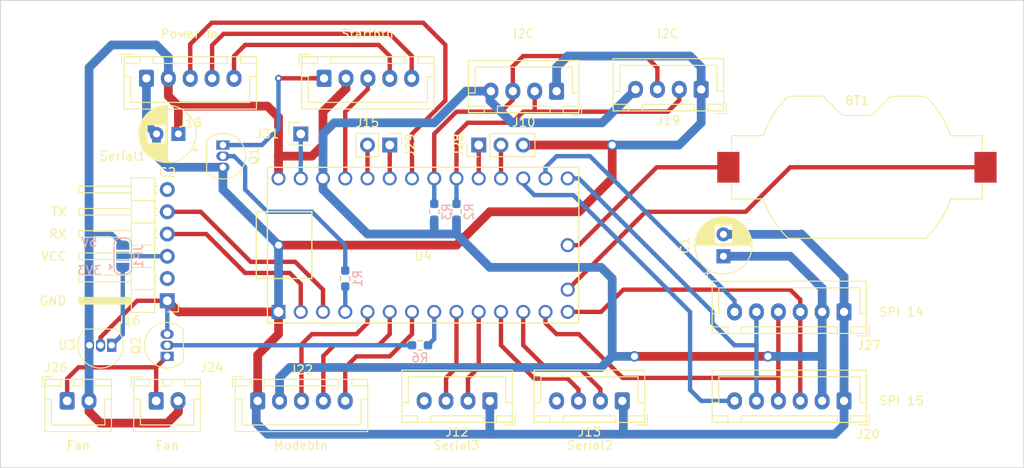
<source format=kicad_pcb>
(kicad_pcb (version 20211014) (generator pcbnew)

  (general
    (thickness 1.6)
  )

  (paper "A4")
  (layers
    (0 "F.Cu" signal)
    (31 "B.Cu" signal)
    (32 "B.Adhes" user "B.Adhesive")
    (33 "F.Adhes" user "F.Adhesive")
    (34 "B.Paste" user)
    (35 "F.Paste" user)
    (36 "B.SilkS" user "B.Silkscreen")
    (37 "F.SilkS" user "F.Silkscreen")
    (38 "B.Mask" user)
    (39 "F.Mask" user)
    (40 "Dwgs.User" user "User.Drawings")
    (41 "Cmts.User" user "User.Comments")
    (42 "Eco1.User" user "User.Eco1")
    (43 "Eco2.User" user "User.Eco2")
    (44 "Edge.Cuts" user)
    (45 "Margin" user)
    (46 "B.CrtYd" user "B.Courtyard")
    (47 "F.CrtYd" user "F.Courtyard")
    (48 "B.Fab" user)
    (49 "F.Fab" user)
    (50 "User.1" user)
    (51 "User.2" user)
    (52 "User.3" user)
    (53 "User.4" user)
    (54 "User.5" user)
    (55 "User.6" user)
    (56 "User.7" user)
    (57 "User.8" user)
    (58 "User.9" user)
  )

  (setup
    (stackup
      (layer "F.SilkS" (type "Top Silk Screen"))
      (layer "F.Paste" (type "Top Solder Paste"))
      (layer "F.Mask" (type "Top Solder Mask") (thickness 0.01))
      (layer "F.Cu" (type "copper") (thickness 0.035))
      (layer "dielectric 1" (type "core") (thickness 1.51) (material "FR4") (epsilon_r 4.5) (loss_tangent 0.02))
      (layer "B.Cu" (type "copper") (thickness 0.035))
      (layer "B.Mask" (type "Bottom Solder Mask") (thickness 0.01))
      (layer "B.Paste" (type "Bottom Solder Paste"))
      (layer "B.SilkS" (type "Bottom Silk Screen"))
      (copper_finish "None")
      (dielectric_constraints no)
    )
    (pad_to_mask_clearance 0)
    (pcbplotparams
      (layerselection 0x00010fc_ffffffff)
      (disableapertmacros false)
      (usegerberextensions false)
      (usegerberattributes true)
      (usegerberadvancedattributes true)
      (creategerberjobfile true)
      (svguseinch false)
      (svgprecision 6)
      (excludeedgelayer true)
      (plotframeref false)
      (viasonmask false)
      (mode 1)
      (useauxorigin false)
      (hpglpennumber 1)
      (hpglpenspeed 20)
      (hpglpendiameter 15.000000)
      (dxfpolygonmode true)
      (dxfimperialunits true)
      (dxfusepcbnewfont true)
      (psnegative false)
      (psa4output false)
      (plotreference true)
      (plotvalue true)
      (plotinvisibletext false)
      (sketchpadsonfab false)
      (subtractmaskfromsilk false)
      (outputformat 1)
      (mirror false)
      (drillshape 1)
      (scaleselection 1)
      (outputdirectory "")
    )
  )

  (net 0 "")
  (net 1 "Net-(BT1-Pad1)")
  (net 2 "Net-(Q1-Pad2)")
  (net 3 "GNDD")
  (net 4 "+5V")
  (net 5 "Net-(BT1-Pad2)")
  (net 6 "SCK")
  (net 7 "Net-(J15-Pad1)")
  (net 8 "MISO")
  (net 9 "SD_CS")
  (net 10 "SDA")
  (net 11 "SCL")
  (net 12 "Net-(J15-Pad3)")
  (net 13 "Net-(J18-Pad3)")
  (net 14 "+3V3")
  (net 15 "MOSI")
  (net 16 "Net-(J13-Pad2)")
  (net 17 "Net-(J13-Pad3)")
  (net 18 "Net-(J12-Pad2)")
  (net 19 "Net-(J12-Pad3)")
  (net 20 "Net-(J21-Pad3)")
  (net 21 "Net-(J21-Pad4)")
  (net 22 "Net-(J21-Pad5)")
  (net 23 "Net-(J24-Pad1)")
  (net 24 "Net-(R1-Pad1)")
  (net 25 "/TX")
  (net 26 "/RX")
  (net 27 "unconnected-(J12-Pad4)")
  (net 28 "unconnected-(J13-Pad4)")
  (net 29 "Net-(J15-Pad4)")
  (net 30 "Net-(J15-Pad5)")
  (net 31 "unconnected-(J16-Pad2)")
  (net 32 "unconnected-(J16-Pad6)")
  (net 33 "Net-(Q2-Pad2)")
  (net 34 "Net-(U4-Pad8)")
  (net 35 "Net-(U4-Pad32)")
  (net 36 "CS_A0")
  (net 37 "Net-(U4-Pad23)")
  (net 38 "Net-(U4-Pad28)")
  (net 39 "Net-(U4-Pad29)")
  (net 40 "Net-(J28-Pad1)")
  (net 41 "Net-(J16-Pad3)")
  (net 42 "Net-(U3-Pad1)")

  (footprint "Connector_JST:JST_XH_B4B-XH-A_1x04_P2.50mm_Vertical" (layer "F.Cu") (at 138.43 60.96 180))

  (footprint "Connector_JST:JST_XH_B4B-XH-A_1x04_P2.50mm_Vertical" (layer "F.Cu") (at 114.3 96.52 180))

  (footprint "Package_TO_SOT_THT:TO-92_Inline" (layer "F.Cu") (at 83.82 67.31 -90))

  (footprint "Connector_JST:JST_XH_B5B-XH-A_1x05_P2.50mm_Vertical" (layer "F.Cu") (at 75.09 59.69))

  (footprint "Package_TO_SOT_THT:TO-92_Inline" (layer "F.Cu") (at 77.45 91.44 90))

  (footprint "Connector_JST:JST_XH_B4B-XH-A_1x04_P2.50mm_Vertical" (layer "F.Cu") (at 129.42 96.52 180))

  (footprint "Connector_JST:JST_XH_B5B-XH-A_1x05_P2.50mm_Vertical" (layer "F.Cu") (at 95.37 59.69))

  (footprint "Connector_JST:JST_XH_B2B-XH-A_1x02_P2.50mm_Vertical" (layer "F.Cu") (at 76.2 96.52))

  (footprint "Connector_PinHeader_2.54mm:PinHeader_1x01_P2.54mm_Vertical" (layer "F.Cu") (at 92.71 66.04))

  (footprint "Connector_JST:JST_XH_B4B-XH-A_1x04_P2.50mm_Vertical" (layer "F.Cu") (at 121.92 61.16 180))

  (footprint "Battery:BatteryHolder_Keystone_1058_1x2032" (layer "F.Cu") (at 156.21 69.85 180))

  (footprint "teensy:Teensy30_31_32_All_Pins" (layer "F.Cu") (at 106.68 78.74))

  (footprint "Connector_JST:JST_XH_B6B-XH-A_1x06_P2.50mm_Vertical" (layer "F.Cu") (at 154.74 86.36 180))

  (footprint "Connector_JST:JST_XH_B5B-XH-A_1x05_P2.50mm_Vertical" (layer "F.Cu") (at 87.79 96.52))

  (footprint "Connector_PinHeader_2.54mm:PinHeader_1x03_P2.54mm_Vertical" (layer "F.Cu") (at 113.03 67.31 90))

  (footprint "Package_TO_SOT_THT:TO-92_Inline" (layer "F.Cu") (at 71.12 90.17 180))

  (footprint "Connector_JST:JST_XH_B2B-XH-A_1x02_P2.50mm_Vertical" (layer "F.Cu") (at 66.04 96.52))

  (footprint "Capacitor_THT:CP_Radial_D6.3mm_P2.50mm" (layer "F.Cu") (at 140.97 80.01 90))

  (footprint "Connector_JST:JST_XH_B6B-XH-A_1x06_P2.50mm_Vertical" (layer "F.Cu") (at 154.74 96.52 180))

  (footprint "Connector_PinHeader_2.54mm:PinHeader_1x06_P2.54mm_Horizontal" (layer "F.Cu") (at 77.47 85.09 180))

  (footprint "Connector_PinHeader_2.54mm:PinHeader_1x02_P2.54mm_Vertical" (layer "F.Cu") (at 102.87 67.31 -90))

  (footprint "Capacitor_THT:CP_Radial_D6.3mm_P2.50mm" (layer "F.Cu") (at 78.74 66.04 180))

  (footprint "Resistor_SMD:R_0603_1608Metric_Pad0.98x0.95mm_HandSolder" (layer "B.Cu") (at 107.95 74.93 90))

  (footprint "Jumper:SolderJumper-3_P1.3mm_Open_RoundedPad1.0x1.5mm" (layer "B.Cu") (at 72.39 80.01 90))

  (footprint "Resistor_SMD:R_0603_1608Metric_Pad0.98x0.95mm_HandSolder" (layer "B.Cu") (at 110.49 74.93 90))

  (footprint "Resistor_SMD:R_0603_1608Metric_Pad0.98x0.95mm_HandSolder" (layer "B.Cu") (at 97.79 82.55 90))

  (footprint "Resistor_SMD:R_0603_1608Metric_Pad0.98x0.95mm_HandSolder" (layer "B.Cu") (at 106.3225 90.17))

  (gr_rect (start 58.42 50.8) (end 175.26 104.14) (layer "Edge.Cuts") (width 0.1) (fill none) (tstamp e5de6a09-f97c-4b45-aaae-95685df739e2))
  (gr_text "5V\n\n3V3" (at 68.58 80.01) (layer "B.SilkS") (tstamp 814ff461-6976-4725-8a73-b7b9b33a1ee5)
    (effects (font (size 1 1) (thickness 0.15)) (justify mirror))
  )
  (gr_text "TX" (at 66.04 74.93) (layer "F.SilkS") (tstamp 2811739a-9b44-4fc4-a342-7581e6bd66e6)
    (effects (font (size 1 1) (thickness 0.15)) (justify right))
  )
  (gr_text "I2C" (at 134.62 54.61) (layer "F.SilkS") (tstamp 337b4919-6550-4591-a79c-4001abb60e2a)
    (effects (font (size 1 1) (thickness 0.15)))
  )
  (gr_text "RX" (at 66.04 77.47) (layer "F.SilkS") (tstamp 3c974e33-eb79-4c8c-b7b6-924cd37992d2)
    (effects (font (size 1 1) (thickness 0.15)) (justify right))
  )
  (gr_text "Serial1" (at 72.39 68.58) (layer "F.SilkS") (tstamp 4249c516-ed47-4b50-901f-ef07693094e3)
    (effects (font (size 1 1) (thickness 0.15)))
  )
  (gr_text "Fan" (at 67.31 101.6) (layer "F.SilkS") (tstamp 47b04f0c-55d5-4ff6-8438-552d375549a6)
    (effects (font (size 1 1) (thickness 0.15)))
  )
  (gr_text "SPI 15" (at 161.29 96.52) (layer "F.SilkS") (tstamp 5010bbf7-90af-4f1d-b548-f48906acb9b6)
    (effects (font (size 1 1) (thickness 0.15)))
  )
  (gr_text "GND" (at 66.04 85.09) (layer "F.SilkS") (tstamp 60954802-d6b5-41e8-a1a5-c396df1d29b2)
    (effects (font (size 1 1) (thickness 0.15)) (justify right))
  )
  (gr_text "Modebtn" (at 92.71 101.6) (layer "F.SilkS") (tstamp 7169015c-8e75-4597-972b-44c7bc0a6901)
    (effects (font (size 1 1) (thickness 0.15)))
  )
  (gr_text "Serial2" (at 125.73 101.6) (layer "F.SilkS") (tstamp 7d750173-1694-4a80-bf55-edd18da2a63d)
    (effects (font (size 1 1) (thickness 0.15)))
  )
  (gr_text "Power In" (at 80.01 54.61) (layer "F.SilkS") (tstamp 8bc4e86e-9c9e-4ac5-b63e-c7223e5d2027)
    (effects (font (size 1 1) (thickness 0.15)))
  )
  (gr_text "VCC" (at 66.04 80.01) (layer "F.SilkS") (tstamp 9b462dce-e475-4c61-93cb-f146ccad6ee1)
    (effects (font (size 1 1) (thickness 0.15)) (justify right))
  )
  (gr_text "I2C" (at 118.17 54.61) (layer "F.SilkS") (tstamp ad418700-65e2-4a47-b32b-4f2db06903f8)
    (effects (font (size 1 1) (thickness 0.15)))
  )
  (gr_text "SPI 14" (at 161.29 86.36) (layer "F.SilkS") (tstamp e61914c3-e6fa-4574-9cf8-c7ab531f4f19)
    (effects (font (size 1 1) (thickness 0.15)))
  )
  (gr_text "Startbtn" (at 100.33 54.61) (layer "F.SilkS") (tstamp ec6a177d-4ba1-448d-a845-01c680d9f820)
    (effects (font (size 1 1) (thickness 0.15)))
  )
  (gr_text "Serial3" (at 110.49 101.6) (layer "F.SilkS") (tstamp fa4acb89-f373-4852-9b37-7f17a6e911a3)
    (effects (font (size 1 1) (thickness 0.15)))
  )
  (gr_text "Fan" (at 77.47 101.6) (layer "F.SilkS") (tstamp ffe89e2a-612a-481b-9698-2bd9268ef3ab)
    (effects (font (size 1 1) (thickness 0.15)))
  )

  (segment (start 148.59 69.85) (end 143.51 74.93) (width 0.5) (layer "F.Cu") (net 1) (tstamp 5dd02a9e-4839-4860-8430-7efefd394d30))
  (segment (start 143.51 74.93) (end 132.08 74.93) (width 0.5) (layer "F.Cu") (net 1) (tstamp 7f3be4a4-a22b-45c0-b2c5-e81380588b93))
  (segment (start 170.89 69.85) (end 148.59 69.85) (width 0.5) (layer "F.Cu") (net 1) (tstamp 90d39717-8c9b-4250-b065-a577c20d0a3d))
  (segment (start 132.08 74.93) (end 123.19 83.82) (width 0.5) (layer "F.Cu") (net 1) (tstamp cbd71812-52e1-4a3d-acc0-87139a0af82d))
  (segment (start 93.98 74.93) (end 97.79 78.74) (width 0.5) (layer "B.Cu") (net 2) (tstamp 09aefeb3-9523-46ab-9d6b-4361a7d5ace8))
  (segment (start 88.9 74.93) (end 93.98 74.93) (width 0.5) (layer "B.Cu") (net 2) (tstamp 7f4e1cf4-0d74-4e05-ba61-bba2c70e5d0b))
  (segment (start 85.09 68.58) (end 86.36 69.85) (width 0.5) (layer "B.Cu") (net 2) (tstamp 9258f280-dbfd-49fb-9151-fab1a3ba9643))
  (segment (start 86.36 72.39) (end 88.9 74.93) (width 0.5) (layer "B.Cu") (net 2) (tstamp ab194011-5457-42d8-8aab-ab6f563304d5))
  (segment (start 97.79 78.74) (end 97.79 81.6375) (width 0.5) (layer "B.Cu") (net 2) (tstamp b337396a-090a-4b94-8a7a-34513b5cf184))
  (segment (start 83.82 68.58) (end 85.09 68.58) (width 0.5) (layer "B.Cu") (net 2) (tstamp d4682e1b-0c75-412a-92c3-517fb4a861d4))
  (segment (start 86.36 69.85) (end 86.36 72.39) (width 0.5) (layer "B.Cu") (net 2) (tstamp e8d21010-dc07-4d11-ab7f-6f509c140ffc))
  (segment (start 128.27 71.12) (end 128.27 67.31) (width 1) (layer "F.Cu") (net 3) (tstamp 07fceebf-219f-4f1b-be07-3976fb946473))
  (segment (start 77.47 85.09) (end 74.025 85.09) (width 0.5) (layer "F.Cu") (net 3) (tstamp 1a98e923-2b78-41af-b5fd-2f3a1286b642))
  (segment (start 87.79 91.28) (end 90.17 88.9) (width 1) (layer "F.Cu") (net 3) (tstamp 1bbea71d-9618-47a5-90c1-613aeee3530d))
  (segment (start 114.3 74.93) (end 124.46 74.93) (width 1) (layer "F.Cu") (net 3) (tstamp 2b5546aa-20b1-4c64-98e7-34a7361ee10c))
  (segment (start 74.025 85.09) (end 69.85 89.265) (width 0.5) (layer "F.Cu") (net 3) (tstamp 35e7d88c-cf49-4b27-abee-b384f84841da))
  (segment (start 78.74 86.36) (end 77.47 85.09) (width 1) (layer "F.Cu") (net 3) (tstamp 372600b3-29bf-4da8-a825-745719f9ed71))
  (segment (start 90.17 78.74) (end 110.49 78.74) (width 1) (layer "F.Cu") (net 3) (tstamp 5c52542b-d166-40e5-96c9-7c890c82192c))
  (segment (start 110.49 78.74) (end 114.3 74.93) (width 1) (layer "F.Cu") (net 3) (tstamp 5ce48ba9-d782-482b-b6f9-399056a44894))
  (segment (start 128.27 67.31) (end 118.11 67.31) (width 1) (layer "F.Cu") (net 3) (tstamp 740e1f8f-254f-47e9-9d5c-44a3866e7001))
  (segment (start 124.46 74.93) (end 128.27 71.12) (width 1) (layer "F.Cu") (net 3) (tstamp 740e317a-45df-40c8-8d31-61b24a41c554))
  (segment (start 87.79 96.52) (end 87.79 91.28) (width 1) (layer "F.Cu") (net 3) (tstamp bf528adc-e108-4f96-aa2d-b32a22335851))
  (segment (start 90.17 86.36) (end 78.74 86.36) (width 1) (layer "F.Cu") (net 3) (tstamp cd3af88a-78f1-4b47-b598-0eda731a431d))
  (segment (start 69.85 89.265) (end 69.85 90.17) (width 0.5) (layer "F.Cu") (net 3) (tstamp d4fb3e41-0d1f-40dc-89ff-a0d45757475d))
  (segment (start 90.17 88.9) (end 90.17 86.36) (width 1) (layer "F.Cu") (net 3) (tstamp e6d02220-f3bd-4556-874d-b83f5812fec7))
  (via (at 128.27 67.31) (size 1.2) (drill 0.8) (layers "F.Cu" "B.Cu") (net 3) (tstamp 8b672c56-f1ca-45ca-9d3a-82ef96c92191))
  (via (at 90.17 78.74) (size 1.2) (drill 0.8) (layers "F.Cu" "B.Cu") (net 3) (tstamp f65164a9-4b39-4717-bd65-e87e59539ed3))
  (segment (start 77.47 85.09) (end 77.47 88.88) (width 0.5) (layer "B.Cu") (net 3) (tstamp 03086cc2-e82e-4c8e-8ebd-755f6e9b0f47))
  (segment (start 154.74 86.36) (end 154.74 82.35) (width 1) (layer "B.Cu") (net 3) (tstamp 2c47542d-523e-448c-bf6a-86a65b6c272a))
  (segment (start 154.74 96.52) (end 154.74 99.26) (width 1) (layer "B.Cu") (net 3) (tstamp 53329208-3f58-43a7-a244-f463f6dbc6ad))
  (segment (start 87.63 96.68) (end 87.79 96.52) (width 1) (layer "B.Cu") (net 3) (tstamp 55583868-99bc-49a4-a867-4bab99b61f58))
  (segment (start 75.09 59.69) (end 75.09 64.93) (width 1) (layer "B.Cu") (net 3) (tstamp 6329c2e1-4c61-4e92-a7c5-c350cc6d5124))
  (segment (start 138.43 60.96) (end 138.43 64.77) (width 1) (layer "B.Cu") (net 3) (tstamp 6e610c10-914b-494b-aae1-3215f9aa83ef))
  (segment (start 153.67 100.33) (end 129.54 100.33) (width 1) (layer "B.Cu") (net 3) (tstamp 6f61c87e-b3c1-487f-aa18-077e768319af))
  (segment (start 123.19 57.15) (end 121.92 58.42) (width 1) (layer "B.Cu") (net 3) (tstamp 808d2d03-5503-4815-9217-c22f4338ed8e))
  (segment (start 138.43 58.42) (end 137.16 57.15) (width 1) (layer "B.Cu") (net 3) (tstamp 8201f20a-5d2c-4958-a3b3-d61744645e6b))
  (segment (start 154.74 82.35) (end 149.86 77.47) (width 1) (layer "B.Cu") (net 3) (tstamp 8795c1dc-e6fa-4f81-ad9d-f7af3305ecfc))
  (segment (start 154.74 96.52) (end 154.74 86.36) (width 1) (layer "B.Cu") (net 3) (tstamp 88dcc36c-846d-486a-9ec0-0a302549ca6b))
  (segment (start 149.86 77.47) (end 149.82 77.51) (width 1) (layer "B.Cu") (net 3) (tstamp 88f4fae4-f733-42af-8761-0c39bd9a33f9))
  (segment (start 129.54 100.33) (end 114.3 100.33) (width 1) (layer "B.Cu") (net 3) (tstamp 8baef8ad-f45f-4134-b63c-d52f443fe51f))
  (segment (start 77.45 88.9) (end 77.47 88.9) (width 0.5) (layer "B.Cu") (net 3) (tstamp 8be1cb27-f3b9-4307-a802-b4ece65b29e3))
  (segment (start 88.9 100.33) (end 87.63 99.06) (width 1) (layer "B.Cu") (net 3) (tstamp 92562292-1049-4196-a95f-d45e717a08e5))
  (segment (start 129.42 96.52) (end 129.54 96.64) (width 1) (layer "B.Cu") (net 3) (tstamp 9b658fae-6fae-4389-bcbb-778543166d2b))
  (segment (start 114.3 100.33) (end 88.9 100.33) (width 1) (layer "B.Cu") (net 3) (tstamp 9d92b991-6ff0-470c-91b7-8bfff331bddc))
  (segment (start 154.74 99.26) (end 153.67 100.33) (width 1) (layer "B.Cu") (net 3) (tstamp a64b35ad-b8fb-4688-974e-c0cb46ecfb27))
  (segment (start 121.92 58.42) (end 121.92 61.16) (width 1) (layer "B.Cu") (net 3) (tstamp aba79cf3-c947-4852-bac2-0b24ab7d0262))
  (segment (start 138.43 64.77) (end 135.89 67.31) (width 1) (layer "B.Cu") (net 3) (tstamp ad8dc665-073e-4d17-9d60-f2b4d42bc218))
  (segment (start 75.09 64.93) (end 76.2 66.04) (width 1) (layer "B.Cu") (net 3) (tstamp b8d4caf9-8faa-424d-9483-df1db7cf7e26))
  (segment (start 83.82 72.39) (end 90.17 78.74) (width 1) (layer "B.Cu") (net 3) (tstamp b9922734-6b13-48d7-9b24-6acce2b97551))
  (segment (start 87.63 99.06) (end 87.63 96.68) (width 1) (layer "B.Cu") (net 3) (tstamp c1ba70ea-abce-4a26-9490-391c21944f7a))
  (segment (start 83.82 69.85) (end 83.82 72.39) (width 1) (layer "B.Cu") (net 3) (tstamp ccb62f73-e421-47cf-b771-5a43e150cf31))
  (segment (start 77.55 69.85) (end 83.82 69.85) (width 1) (layer "B.Cu") (net 3) (tstamp d2faae44-7bea-4efc-b996-aba9f4da409b))
  (segment (start 76.24 68.54) (end 77.55 69.85) (width 1) (layer "B.Cu") (net 3) (tstamp d389c674-02a1-40fe-90e0-b322a2f4e620))
  (segment (start 77.47 88.88) (end 77.45 88.9) (width 0.5) (layer "B.Cu") (net 3) (tstamp d525de2e-a7a6-43b3-8119-2c86c92a0db5))
  (segment (start 76.24 68.54) (end 76.24 66.04) (width 1) (layer "B.Cu") (net 3) (tstamp d5b194bb-243e-4c62-9cd0-a653e2408164))
  (segment (start 138.43 60.96) (end 138.43 58.42) (width 1) (layer "B.Cu") (net 3) (tstamp e9503114-e6b5-4975-b91e-7c43e9c7ce9e))
  (segment (start 129.54 96.64) (end 129.54 100.33) (width 1) (layer "B.Cu") (net 3) (tstamp ea505199-5ea9-499d-b375-c8b7456aa155))
  (segment (start 137.16 57.15) (end 123.19 57.15) (width 1) (layer "B.Cu") (net 3) (tstamp ecdfede7-29e9-4e47-a481-4abe67d01156))
  (segment (start 114.3 96.52) (end 114.3 100.33) (width 1) (layer "B.Cu") (net 3) (tstamp f04983a3-f8fb-440c-b059-0b03c4f23150))
  (segment (start 90.17 78.74) (end 90.17 86.36) (width 1) (layer "B.Cu") (net 3) (tstamp f72114a7-b4fb-43a1-acf9-6662a787ceca))
  (segment (start 135.89 67.31) (end 128.27 67.31) (width 1) (layer "B.Cu") (net 3) (tstamp fbee33ad-47d7-40a9-9a52-bf453dd6c6d2))
  (segment (start 149.82 77.51) (end 140.97 77.51) (width 1) (layer "B.Cu") (net 3) (tstamp ff4f37a6-58e8-444f-aba6-15934c050a94))
  (segment (start 90.17 68.58) (end 90.17 69.215) (width 1) (layer "F.Cu") (net 4) (tstamp 05db35ea-4445-4d5e-92f5-81f5ee2bfd7b))
  (segment (start 90.17 64.135) (end 90.17 68.58) (width 1) (layer "F.Cu") (net 4) (tstamp 0d21d829-3c08-4947-952f-02e3b0ad7376))
  (segment (start 95.25 67.31) (end 95.25 63.5) (width 1) (layer "F.Cu") (net 4) (tstamp 1a19d5e3-900a-419d-85ba-2dde0669a702))
  (segment (start 93.98 68.58) (end 95.25 67.31) (width 1) (layer "F.Cu") (net 4) (tstamp 2021ba5a-5dea-4695-95c7-e7e34d9b26f2))
  (segment (start 69.85 99.06) (end 77.47 99.06) (width 1) (layer "F.Cu") (net 4) (tstamp 211ebb52-d177-42f7-bb88-97215e70810c))
  (segment (start 78.74 62.865) (end 78.74 66.04) (width 1) (layer "F.Cu") (net 4) (tstamp 24809a2d-68d3-4b46-8d04-ed21374c2b5d))
  (segment (start 97.87 60.88) (end 97.87 59.69) (width 1) (layer "F.Cu") (net 4) (tstamp 4a9243b3-fae5-4f21-8260-b6c38cbb2cb7))
  (segment (start 77.59 61.715) (end 78.74 62.865) (width 1) (layer "F.Cu") (net 4) (tstamp 4dc0ffa7-7889-44f4-b4e8-c31bb16968b7))
  (segment (start 90.17 68.58) (end 93.98 68.58) (width 1) (layer "F.Cu") (net 4) (tstamp 553bb03a-8be2-4d5a-bf77-9ac7460d1f0b))
  (segment (start 95.25 63.5) (end 97.87 60.88) (width 1) (layer "F.Cu") (net 4) (tstamp 5cef48c9-23f9-4c4a-b955-e1024fd14e07))
  (segment (start 78.74 62.865) (end 88.9 62.865) (width 1) (layer "F.Cu") (net 4) (tstamp 62447982-cc93-4f4f-9192-5fdb89d19d4e))
  (segment (start 68.54 97.75) (end 69.85 99.06) (width 1) (layer "F.Cu") (net 4) (tstamp 73f87f0c-be60-4840-b972-eb14fd418a33))
  (segment (start 77.59 59.69) (end 77.59 61.715) (width 1) (layer "F.Cu") (net 4) (tstamp 7a23827c-a4f7-412b-a05b-6b15bef94dcf))
  (segment (start 78.74 96.56) (end 78.7 96.52) (width 1) (layer "F.Cu") (net 4) (tstamp 87de0d51-5630-4b32-a92d-d1910a607201))
  (segment (start 77.47 99.06) (end 78.74 97.79) (width 1) (layer "F.Cu") (net 4) (tstamp 960a7a7f-2d67-4feb-a8b1-4d4af217aaf6))
  (segment (start 88.9 62.865) (end 90.17 64.135) (width 1) (layer "F.Cu") (net 4) (tstamp a68f479a-acc7-4de7-be07-f189d8a6449e))
  (segment (start 78.74 97.79) (end 78.74 96.56) (width 1) (layer "F.Cu") (net 4) (tstamp a7672d58-27fa-430b-9ba5-7fa35441700b))
  (segment (start 68.54 96.52) (end 68.54 97.75) (width 1) (layer "F.Cu") (net 4) (tstamp eecd564f-841d-4f6f-9c60-b0eff27481ff))
  (segment (start 90.17 69.215) (end 90.17 71.12) (width 1) (layer "F.Cu") (net 4) (tstamp ef9d0b26-e3fe-495b-8f9d-c1e0b739fae6))
  (segment (start 76.2 55.88) (end 77.59 57.27) (width 1) (layer "B.Cu") (net 4) (tstamp 012c34d6-efef-4ccb-a505-72e9f47c759f))
  (segment (start 71.15 77.47) (end 68.58 77.47) (width 0.5) (layer "B.Cu") (net 4) (tstamp 324a57e1-251d-4bb2-abcb-083776764a8a))
  (segment (start 68.54 58.46) (end 71.12 55.88) (width 1) (layer "B.Cu") (net 4) (tstamp 3bbbe3c5-ab01-4de2-bbf7-9ee4425f2f8b))
  (segment (start 68.54 96.52) (end 68.54 77.51) (width 1) (layer "B.Cu") (net 4) (tstamp 490ef35c-ef61-4251-9a2d-c80a066a3b38))
  (segment (start 68.58 77.47) (end 68.54 77.51) (width 0.5) (layer "B.Cu") (net 4) (tstamp 4a8b854e-94ad-449b-9557-e681c309a647))
  (segment (start 68.54 77.51) (end 68.54 58.46) (width 1) (layer "B.Cu") (net 4) (tstamp 98447586-ca11-416d-963e-43de0fd6380a))
  (segment (start 71.12 55.88) (end 76.2 55.88) (width 1) (layer "B.Cu") (net 4) (tstamp a8b81cf2-8428-480b-a6c2-59401d3ec0d4))
  (segment (start 72.39 78.71) (end 71.15 77.47) (width 0.5) (layer "B.Cu") (net 4) (tstamp aceb63e8-0ff8-455b-8649-bb71af9a468b))
  (segment (start 77.59 57.27) (end 77.59 59.69) (width 1) (layer "B.Cu") (net 4) (tstamp e60c998a-b2b1-424f-93d0-50dace7825f6))
  (segment (start 133.35 69.85) (end 124.46 78.74) (width 0.5) (layer "F.Cu") (net 5) (tstamp 03403259-b015-4a57-a4ec-41cbdba8e282))
  (segment (start 124.46 78.74) (end 123.19 78.74) (width 0.5) (layer "F.Cu") (net 5) (tstamp 4695e526-83be-48f8-808a-ef58999c4747))
  (segment (start 141.53 69.85) (end 133.35 69.85) (width 0.5) (layer "F.Cu") (net 5) (tstamp 72b949b1-97a8-4365-85dd-812489f74aef))
  (segment (start 139.7 87.63) (end 142.24 90.17) (width 0.5) (layer "B.Cu") (net 6) (tstamp 18455eb0-5650-4c8d-ac22-41b72288d011))
  (segment (start 124.46 71.12) (end 139.7 86.36) (width 0.5) (layer "B.Cu") (net 6) (tstamp 7d7eaa05-74ce-45a3-aa83-3b32c6ce5e9d))
  (segment (start 142.24 90.17) (end 144.7 90.17) (width 0.5) (layer "B.Cu") (net 6) (tstamp 8e56c528-430b-4ca2-a046-0fe6ed342e32))
  (segment (start 144.74 96.52) (end 144.74 90.13) (width 0.5) (layer "B.Cu") (net 6) (tstamp a35e60c1-1173-435b-956f-fe8783a847c1))
  (segment (start 123.19 71.12) (end 124.46 71.12) (width 0.5) (layer "B.Cu") (net 6) (tstamp afb73ea5-362b-4110-a285-351542b77539))
  (segment (start 139.7 86.36) (end 139.7 87.63) (width 0.5) (layer "B.Cu") (net 6) (tstamp bf5b25c8-ce14-4368-a3aa-63844d1e4991))
  (segment (start 144.74 90.13) (end 144.74 87.67) (width 0.5) (layer "B.Cu") (net 6) (tstamp bf74add7-0ee1-4a4b-ac75-c6b61d3d803d))
  (segment (start 144.74 86.36) (end 144.74 87.67) (width 0.5) (layer "B.Cu") (net 6) (tstamp dd946072-881a-4a25-a5a7-b06597d0ff48))
  (segment (start 144.7 90.17) (end 144.74 90.13) (width 0.5) (layer "B.Cu") (net 6) (tstamp f3283248-10e0-4892-b6ba-9c4fb19ca4da))
  (segment (start 90.17 59.69) (end 95.37 59.69) (width 0.5) (layer "F.Cu") (net 7) (tstamp 54bb7896-a3ec-4def-97e4-98e6890c74e1))
  (via (at 90.17 59.69) (size 0.8) (drill 0.4) (layers "F.Cu" "B.Cu") (net 7) (tstamp 74fdb690-93a1-404d-8d26-aa9a3106c392))
  (segment (start 90.17 59.69) (end 90.17 65.405) (width 0.5) (layer "B.Cu") (net 7) (tstamp 09de1cce-357b-400d-8da4-f16cb067f653))
  (segment (start 90.17 65.405) (end 88.265 67.31) (width 0.5) (layer "B.Cu") (net 7) (tstamp 3d64cd72-73b2-4bbf-ac04-b62834e9f596))
  (segment (start 88.265 67.31) (end 83.82 67.31) (width 0.5) (layer "B.Cu") (net 7) (tstamp b173b381-f149-49a0-ac2e-25ddd97103f9))
  (segment (start 127 86.36) (end 123.19 86.36) (width 0.5) (layer "F.Cu") (net 8) (tstamp 1cbf7c9a-e7cf-4f47-bd9e-3f9050deb0d1))
  (segment (start 149.74 84.97) (end 148.59 83.82) (width 0.5) (layer "F.Cu") (net 8) (tstamp 3ddf9fc6-db34-4139-ab79-49a29d9ddc0c))
  (segment (start 148.59 83.82) (end 129.54 83.82) (width 0.5) (layer "F.Cu") (net 8) (tstamp 6f649d5f-28da-4c62-9fa3-06d779d9e8fb))
  (segment (start 149.74 86.36) (end 149.74 84.97) (width 0.5) (layer "F.Cu") (net 8) (tstamp 8148ca4f-447c-4e77-8edb-355df1056ed8))
  (segment (start 129.54 83.82) (end 127 86.36) (width 0.5) (layer "F.Cu") (net 8) (tstamp 8247eac6-5186-4f4d-a0ce-8b02e3137876))
  (segment (start 149.74 86.36) (end 149.74 96.52) (width 0.5) (layer "F.Cu") (net 8) (tstamp e88ddc58-6969-46f2-ad89-7c4a16650478))
  (segment (start 123.825 73.025) (end 137.16 86.36) (width 0.5) (layer "B.Cu") (net 9) (tstamp 18523948-747c-4d64-b2e9-518e638da7dd))
  (segment (start 137.16 86.36) (end 137.16 95.25) (width 0.5) (layer "B.Cu") (net 9) (tstamp 366cd2a5-dca3-4055-9f64-68e2d9d0fb5a))
  (segment (start 118.11 71.12) (end 118.11 71.755) (width 0.5) (layer "B.Cu") (net 9) (tstamp 3d9aecaf-5387-4d4a-b16b-801ca81df95b))
  (segment (start 118.11 71.755) (end 119.38 73.025) (width 0.5) (layer "B.Cu") (net 9) (tstamp 6493ca09-c495-4450-a70b-b634c6901dc0))
  (segment (start 138.43 96.52) (end 142.24 96.52) (width 0.5) (layer "B.Cu") (net 9) (tstamp baab7f7e-0cc4-4611-b4b2-a06a0d143538))
  (segment (start 119.38 73.025) (end 123.825 73.025) (width 0.5) (layer "B.Cu") (net 9) (tstamp d1172e8d-dbdc-4aef-b2dc-06dfdf480f2a))
  (segment (start 137.16 95.25) (end 138.43 96.52) (width 0.5) (layer "B.Cu") (net 9) (tstamp d55b42e9-e53c-427a-9114-f46707868bf2))
  (segment (start 118.11 63.5) (end 119.38 63.5) (width 0.5) (layer "F.Cu") (net 10) (tstamp 0eacbfc8-51e1-4614-88da-4f6296679966))
  (segment (start 135.93 62.19) (end 134.62 63.5) (width 0.5) (layer "F.Cu") (net 10) (tstamp 18ffbe9c-663f-408a-b2ae-66584f13717e))
  (segment (start 116.84 64.77) (end 118.11 63.5) (width 0.5) (layer "F.Cu") (net 10) (tstamp 4cd8b844-ac49-45ce-b0f4-504251b93478))
  (segment (start 119.42 63.46) (end 119.42 61.16) (width 0.5) (layer "F.Cu") (net 10) (tstamp 83539846-8222-402d-96da-67066ec075fc))
  (segment (start 110.49 66.04) (end 111.76 64.77) (width 0.5) (layer "F.Cu") (net 10) (tstamp 8e7485a6-8a57-47ac-a5ce-2a0020320a5a))
  (segment (start 111.76 64.77) (end 116.84 64.77) (width 0.5) (layer "F.Cu") (net 10) (tstamp e5bd8876-713b-49a9-9528-c6ff6d79da53))
  (segment (start 119.38 63.5) (end 119.42 63.46) (width 0.5) (layer "F.Cu") (net 10) (tstamp eaedea6f-62f4-4064-acef-e210ef24d21b))
  (segment (start 135.93 60.96) (end 135.93 62.19) (width 0.5) (layer "F.Cu") (net 10) (tstamp f5ab6ee9-9275-4567-9545-62ec8e50de39))
  (segment (start 134.62 63.5) (end 119.38 63.5) (width 0.5) (layer "F.Cu") (net 10) (tstamp f7fd3985-67ae-43fd-95d9-44c22761ee27))
  (segment (start 110.49 71.12) (end 110.49 66.04) (width 0.5) (layer "F.Cu") (net 10) (tstamp fe57949b-c688-4d38-92e1-b66cffee7f30))
  (segment (start 110.49 74.0175) (end 110.49 71.12) (width 0.5) (
... [18747 chars truncated]
</source>
